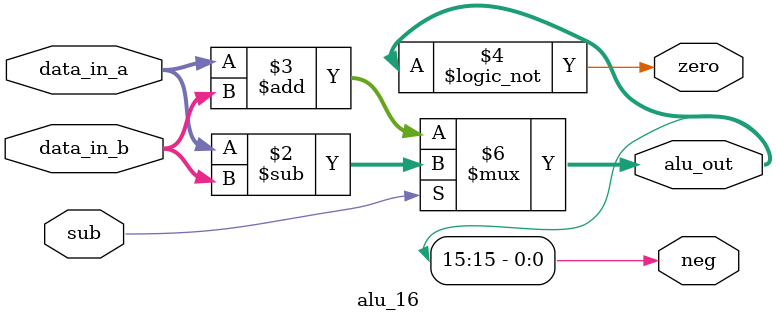
<source format=sv>
module alu_16 (
    input [15:0] data_in_a,
    input [15:0] data_in_b,
    input sub,
    output logic [15:0] alu_out,
    output logic zero,
    output logic neg
);


always_comb begin
    if (sub)
        alu_out = data_in_a - data_in_b;
    else
        alu_out = data_in_a + data_in_b;
    zero = (alu_out == 0);
    neg = alu_out[15];
end


endmodule
</source>
